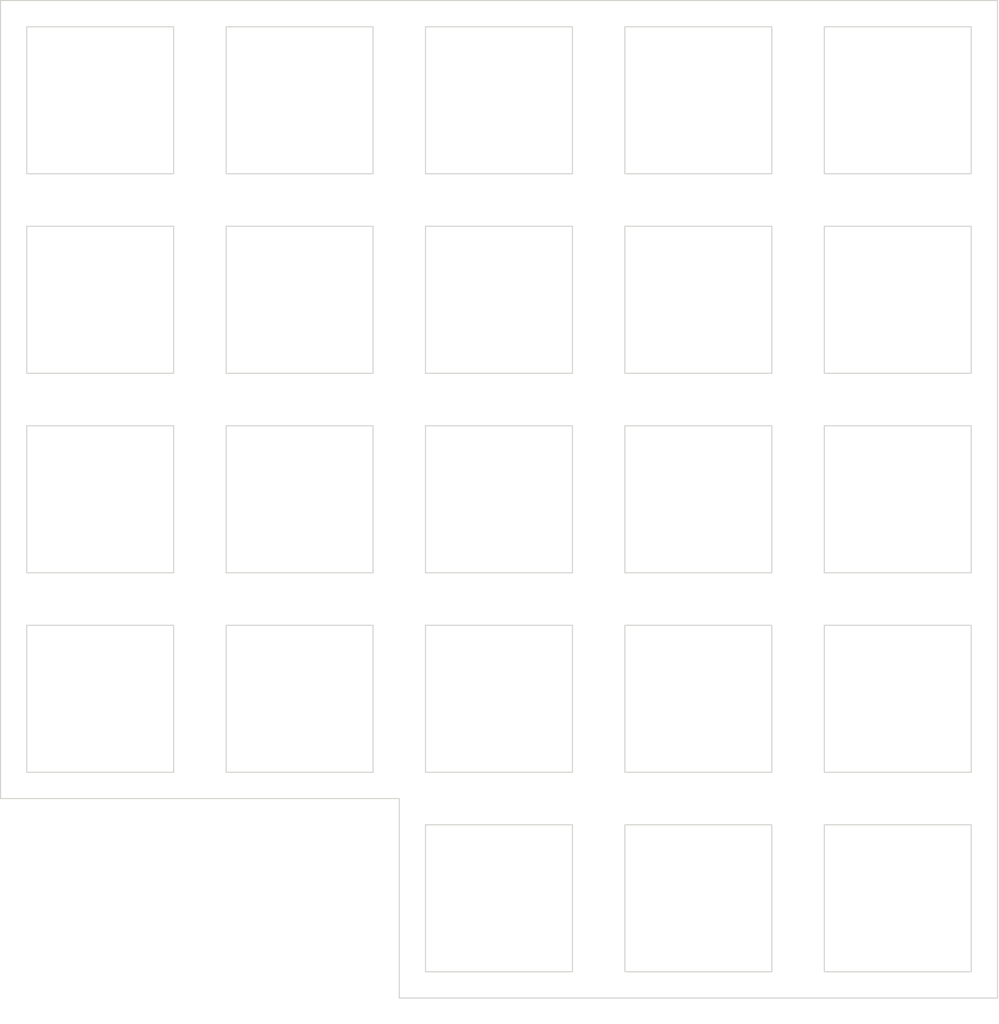
<source format=kicad_pcb>
(kicad_pcb (version 4) (host pcbnew 4.0.7)

  (general
    (links 0)
    (no_connects 0)
    (area 79.449999 44.449999 174.550001 143.950001)
    (thickness 1.6)
    (drawings 99)
    (tracks 0)
    (zones 0)
    (modules 4)
    (nets 2)
  )

  (page A4)
  (layers
    (0 F.Cu signal)
    (31 B.Cu signal)
    (32 B.Adhes user)
    (33 F.Adhes user)
    (34 B.Paste user)
    (35 F.Paste user)
    (36 B.SilkS user)
    (37 F.SilkS user)
    (38 B.Mask user)
    (39 F.Mask user)
    (40 Dwgs.User user)
    (41 Cmts.User user)
    (42 Eco1.User user)
    (43 Eco2.User user)
    (44 Edge.Cuts user)
    (45 Margin user)
    (46 B.CrtYd user)
    (47 F.CrtYd user)
    (48 B.Fab user)
    (49 F.Fab user)
  )

  (setup
    (last_trace_width 0.25)
    (trace_clearance 0.2)
    (zone_clearance 0.508)
    (zone_45_only no)
    (trace_min 0.2)
    (segment_width 0.2)
    (edge_width 0.1)
    (via_size 0.6)
    (via_drill 0.4)
    (via_min_size 0.4)
    (via_min_drill 0.3)
    (uvia_size 0.3)
    (uvia_drill 0.1)
    (uvias_allowed no)
    (uvia_min_size 0.2)
    (uvia_min_drill 0.1)
    (pcb_text_width 0.3)
    (pcb_text_size 1.5 1.5)
    (mod_edge_width 0.15)
    (mod_text_size 1 1)
    (mod_text_width 0.15)
    (pad_size 1.5 1.5)
    (pad_drill 0.6)
    (pad_to_mask_clearance 0)
    (aux_axis_origin 0 0)
    (visible_elements FFFFF77F)
    (pcbplotparams
      (layerselection 0x010f0_80000001)
      (usegerberextensions true)
      (excludeedgelayer true)
      (linewidth 0.100000)
      (plotframeref false)
      (viasonmask false)
      (mode 1)
      (useauxorigin false)
      (hpglpennumber 1)
      (hpglpenspeed 20)
      (hpglpendiameter 15)
      (hpglpenoverlay 2)
      (psnegative false)
      (psa4output false)
      (plotreference true)
      (plotvalue true)
      (plotinvisibletext false)
      (padsonsilk false)
      (subtractmaskfromsilk false)
      (outputformat 1)
      (mirror false)
      (drillshape 0)
      (scaleselection 1)
      (outputdirectory gerber-plate/))
  )

  (net 0 "")
  (net 1 GND)

  (net_class Default "This is the default net class."
    (clearance 0.2)
    (trace_width 0.25)
    (via_dia 0.6)
    (via_drill 0.4)
    (uvia_dia 0.3)
    (uvia_drill 0.1)
  )

  (module Mounting_Holes:MountingHole_2.2mm_M2 locked (layer F.Cu) (tedit 5A2C5A4C) (tstamp 5A2C1999)
    (at 155.5 120.5)
    (descr "Mounting Hole 2.2mm, no annular, M2")
    (tags "mounting hole 2.2mm no annular m2")
    (attr virtual)
    (fp_text reference M8 (at 0 -3.2) (layer F.SilkS) hide
      (effects (font (size 1 1) (thickness 0.15)))
    )
    (fp_text value MountingHole_8.4mm_M8 (at 0 3.2) (layer F.Fab)
      (effects (font (size 1 1) (thickness 0.15)))
    )
    (fp_text user %R (at 0.3 0) (layer F.Fab)
      (effects (font (size 1 1) (thickness 0.15)))
    )
    (fp_circle (center 0 0) (end 2.2 0) (layer Cmts.User) (width 0.15))
    (fp_circle (center 0 0) (end 2.45 0) (layer F.CrtYd) (width 0.05))
    (pad 1 np_thru_hole circle (at 0 0) (size 2.2 2.2) (drill 2.2) (layers *.Cu *.Mask))
  )

  (module Mounting_Holes:MountingHole_2.2mm_M2 (layer F.Cu) (tedit 5A2C5A5D) (tstamp 5A2C19B2)
    (at 155.5 63.5)
    (descr "Mounting Hole 2.2mm, no annular, M2")
    (tags "mounting hole 2.2mm no annular m2")
    (attr virtual)
    (fp_text reference M8 (at 0 -3.2) (layer F.SilkS) hide
      (effects (font (size 1 1) (thickness 0.15)))
    )
    (fp_text value MountingHole_8.4mm_M8 (at 0 3.2) (layer F.Fab)
      (effects (font (size 1 1) (thickness 0.15)))
    )
    (fp_text user %R (at 0.3 0) (layer F.Fab)
      (effects (font (size 1 1) (thickness 0.15)))
    )
    (fp_circle (center 0 0) (end 2.2 0) (layer Cmts.User) (width 0.15))
    (fp_circle (center 0 0) (end 2.45 0) (layer F.CrtYd) (width 0.05))
    (pad 1 np_thru_hole circle (at 0 0) (size 2.2 2.2) (drill 2.2) (layers *.Cu *.Mask))
  )

  (module Mounting_Holes:MountingHole_2.2mm_M2 (layer F.Cu) (tedit 5A2C5A61) (tstamp 5A2C19BA)
    (at 98.5 63.5)
    (descr "Mounting Hole 2.2mm, no annular, M2")
    (tags "mounting hole 2.2mm no annular m2")
    (attr virtual)
    (fp_text reference M8 (at 0 -3.2) (layer F.SilkS) hide
      (effects (font (size 1 1) (thickness 0.15)))
    )
    (fp_text value MountingHole_8.4mm_M8 (at 0 3.2) (layer F.Fab)
      (effects (font (size 1 1) (thickness 0.15)))
    )
    (fp_text user %R (at 0.3 0) (layer F.Fab)
      (effects (font (size 1 1) (thickness 0.15)))
    )
    (fp_circle (center 0 0) (end 2.2 0) (layer Cmts.User) (width 0.15))
    (fp_circle (center 0 0) (end 2.45 0) (layer F.CrtYd) (width 0.05))
    (pad 1 np_thru_hole circle (at 0 0) (size 2.2 2.2) (drill 2.2) (layers *.Cu *.Mask))
  )

  (module Mounting_Holes:MountingHole_2.2mm_M2 (layer F.Cu) (tedit 5A2C5A59) (tstamp 5A2C19C2)
    (at 98.5 101.5)
    (descr "Mounting Hole 2.2mm, no annular, M2")
    (tags "mounting hole 2.2mm no annular m2")
    (attr virtual)
    (fp_text reference M8 (at 0 -3.2) (layer F.SilkS) hide
      (effects (font (size 1 1) (thickness 0.15)))
    )
    (fp_text value MountingHole_8.4mm_M8 (at 0 3.2) (layer F.Fab)
      (effects (font (size 1 1) (thickness 0.15)))
    )
    (fp_text user %R (at 0.3 0) (layer F.Fab)
      (effects (font (size 1 1) (thickness 0.15)))
    )
    (fp_circle (center 0 0) (end 2.2 0) (layer Cmts.User) (width 0.15))
    (fp_circle (center 0 0) (end 2.45 0) (layer F.CrtYd) (width 0.05))
    (pad 1 np_thru_hole circle (at 0 0) (size 2.2 2.2) (drill 2.2) (layers *.Cu *.Mask))
  )

  (dimension 94.75 (width 0.3) (layer Dwgs.User)
    (gr_text "94.750 mm" (at 127.125 142.6) (layer Dwgs.User)
      (effects (font (size 1.5 1.5) (thickness 0.3)))
    )
    (feature1 (pts (xy 79.75 120) (xy 79.75 143.95)))
    (feature2 (pts (xy 174.5 120) (xy 174.5 143.95)))
    (crossbar (pts (xy 174.5 141.25) (xy 79.75 141.25)))
    (arrow1a (pts (xy 79.75 141.25) (xy 80.876504 140.663579)))
    (arrow1b (pts (xy 79.75 141.25) (xy 80.876504 141.836421)))
    (arrow2a (pts (xy 174.5 141.25) (xy 173.373496 140.663579)))
    (arrow2b (pts (xy 174.5 141.25) (xy 173.373496 141.836421)))
  )
  (gr_line (start 120 123) (end 134 123) (angle 90) (layer Edge.Cuts) (width 0.1) (tstamp 5A2C6771))
  (gr_line (start 134 123) (end 134 137) (angle 90) (layer Edge.Cuts) (width 0.1) (tstamp 5A2C6770))
  (gr_line (start 134 137) (end 120 137) (angle 90) (layer Edge.Cuts) (width 0.1) (tstamp 5A2C676F))
  (gr_line (start 120 137) (end 120 123) (angle 90) (layer Edge.Cuts) (width 0.1) (tstamp 5A2C676E))
  (gr_line (start 139 123) (end 153 123) (angle 90) (layer Edge.Cuts) (width 0.1) (tstamp 5A2C676D))
  (gr_line (start 153 123) (end 153 137) (angle 90) (layer Edge.Cuts) (width 0.1) (tstamp 5A2C676C))
  (gr_line (start 153 137) (end 139 137) (angle 90) (layer Edge.Cuts) (width 0.1) (tstamp 5A2C676B))
  (gr_line (start 139 137) (end 139 123) (angle 90) (layer Edge.Cuts) (width 0.1) (tstamp 5A2C676A))
  (gr_line (start 158 123) (end 172 123) (angle 90) (layer Edge.Cuts) (width 0.1) (tstamp 5A2C6769))
  (gr_line (start 172 123) (end 172 137) (angle 90) (layer Edge.Cuts) (width 0.1) (tstamp 5A2C6768))
  (gr_line (start 172 137) (end 158 137) (angle 90) (layer Edge.Cuts) (width 0.1) (tstamp 5A2C6767))
  (gr_line (start 158 137) (end 158 123) (angle 90) (layer Edge.Cuts) (width 0.1) (tstamp 5A2C6766))
  (gr_line (start 82 85) (end 96 85) (angle 90) (layer Edge.Cuts) (width 0.1) (tstamp 5A2C6707))
  (gr_line (start 96 85) (end 96 99) (angle 90) (layer Edge.Cuts) (width 0.1) (tstamp 5A2C6706))
  (gr_line (start 96 99) (end 82 99) (angle 90) (layer Edge.Cuts) (width 0.1) (tstamp 5A2C6705))
  (gr_line (start 82 99) (end 82 85) (angle 90) (layer Edge.Cuts) (width 0.1) (tstamp 5A2C6704))
  (gr_line (start 101 85) (end 115 85) (angle 90) (layer Edge.Cuts) (width 0.1) (tstamp 5A2C6703))
  (gr_line (start 115 85) (end 115 99) (angle 90) (layer Edge.Cuts) (width 0.1) (tstamp 5A2C6702))
  (gr_line (start 115 99) (end 101 99) (angle 90) (layer Edge.Cuts) (width 0.1) (tstamp 5A2C6701))
  (gr_line (start 101 99) (end 101 85) (angle 90) (layer Edge.Cuts) (width 0.1) (tstamp 5A2C6700))
  (gr_line (start 120 85) (end 134 85) (angle 90) (layer Edge.Cuts) (width 0.1) (tstamp 5A2C66FF))
  (gr_line (start 134 85) (end 134 99) (angle 90) (layer Edge.Cuts) (width 0.1) (tstamp 5A2C66FE))
  (gr_line (start 134 99) (end 120 99) (angle 90) (layer Edge.Cuts) (width 0.1) (tstamp 5A2C66FD))
  (gr_line (start 120 99) (end 120 85) (angle 90) (layer Edge.Cuts) (width 0.1) (tstamp 5A2C66FC))
  (gr_line (start 139 85) (end 153 85) (angle 90) (layer Edge.Cuts) (width 0.1) (tstamp 5A2C66FB))
  (gr_line (start 153 85) (end 153 99) (angle 90) (layer Edge.Cuts) (width 0.1) (tstamp 5A2C66FA))
  (gr_line (start 153 99) (end 139 99) (angle 90) (layer Edge.Cuts) (width 0.1) (tstamp 5A2C66F9))
  (gr_line (start 139 99) (end 139 85) (angle 90) (layer Edge.Cuts) (width 0.1) (tstamp 5A2C66F8))
  (gr_line (start 158 85) (end 172 85) (angle 90) (layer Edge.Cuts) (width 0.1) (tstamp 5A2C66F7))
  (gr_line (start 172 85) (end 172 99) (angle 90) (layer Edge.Cuts) (width 0.1) (tstamp 5A2C66F6))
  (gr_line (start 172 99) (end 158 99) (angle 90) (layer Edge.Cuts) (width 0.1) (tstamp 5A2C66F5))
  (gr_line (start 158 99) (end 158 85) (angle 90) (layer Edge.Cuts) (width 0.1) (tstamp 5A2C66F4))
  (gr_line (start 158 118) (end 158 104) (angle 90) (layer Edge.Cuts) (width 0.1) (tstamp 5A2C66F3))
  (gr_line (start 172 118) (end 158 118) (angle 90) (layer Edge.Cuts) (width 0.1) (tstamp 5A2C66F2))
  (gr_line (start 172 104) (end 172 118) (angle 90) (layer Edge.Cuts) (width 0.1) (tstamp 5A2C66F1))
  (gr_line (start 158 104) (end 172 104) (angle 90) (layer Edge.Cuts) (width 0.1) (tstamp 5A2C66F0))
  (gr_line (start 139 118) (end 139 104) (angle 90) (layer Edge.Cuts) (width 0.1) (tstamp 5A2C66EF))
  (gr_line (start 153 118) (end 139 118) (angle 90) (layer Edge.Cuts) (width 0.1) (tstamp 5A2C66EE))
  (gr_line (start 153 104) (end 153 118) (angle 90) (layer Edge.Cuts) (width 0.1) (tstamp 5A2C66ED))
  (gr_line (start 139 104) (end 153 104) (angle 90) (layer Edge.Cuts) (width 0.1) (tstamp 5A2C66EC))
  (gr_line (start 120 118) (end 120 104) (angle 90) (layer Edge.Cuts) (width 0.1) (tstamp 5A2C66EB))
  (gr_line (start 134 118) (end 120 118) (angle 90) (layer Edge.Cuts) (width 0.1) (tstamp 5A2C66EA))
  (gr_line (start 134 104) (end 134 118) (angle 90) (layer Edge.Cuts) (width 0.1) (tstamp 5A2C66E9))
  (gr_line (start 120 104) (end 134 104) (angle 90) (layer Edge.Cuts) (width 0.1) (tstamp 5A2C66E8))
  (gr_line (start 101 118) (end 101 104) (angle 90) (layer Edge.Cuts) (width 0.1) (tstamp 5A2C66E7))
  (gr_line (start 115 118) (end 101 118) (angle 90) (layer Edge.Cuts) (width 0.1) (tstamp 5A2C66E6))
  (gr_line (start 115 104) (end 115 118) (angle 90) (layer Edge.Cuts) (width 0.1) (tstamp 5A2C66E5))
  (gr_line (start 101 104) (end 115 104) (angle 90) (layer Edge.Cuts) (width 0.1) (tstamp 5A2C66E4))
  (gr_line (start 82 118) (end 82 104) (angle 90) (layer Edge.Cuts) (width 0.1) (tstamp 5A2C66E3))
  (gr_line (start 96 118) (end 82 118) (angle 90) (layer Edge.Cuts) (width 0.1) (tstamp 5A2C66E2))
  (gr_line (start 96 104) (end 96 118) (angle 90) (layer Edge.Cuts) (width 0.1) (tstamp 5A2C66E1))
  (gr_line (start 82 104) (end 96 104) (angle 90) (layer Edge.Cuts) (width 0.1) (tstamp 5A2C66E0))
  (gr_line (start 82 66) (end 96 66) (angle 90) (layer Edge.Cuts) (width 0.1) (tstamp 5A2C66C2))
  (gr_line (start 96 66) (end 96 80) (angle 90) (layer Edge.Cuts) (width 0.1) (tstamp 5A2C66C1))
  (gr_line (start 96 80) (end 82 80) (angle 90) (layer Edge.Cuts) (width 0.1) (tstamp 5A2C66C0))
  (gr_line (start 82 80) (end 82 66) (angle 90) (layer Edge.Cuts) (width 0.1) (tstamp 5A2C66BF))
  (gr_line (start 101 66) (end 115 66) (angle 90) (layer Edge.Cuts) (width 0.1) (tstamp 5A2C66BE))
  (gr_line (start 115 66) (end 115 80) (angle 90) (layer Edge.Cuts) (width 0.1) (tstamp 5A2C66BD))
  (gr_line (start 115 80) (end 101 80) (angle 90) (layer Edge.Cuts) (width 0.1) (tstamp 5A2C66BC))
  (gr_line (start 101 80) (end 101 66) (angle 90) (layer Edge.Cuts) (width 0.1) (tstamp 5A2C66BB))
  (gr_line (start 120 66) (end 134 66) (angle 90) (layer Edge.Cuts) (width 0.1) (tstamp 5A2C66BA))
  (gr_line (start 134 66) (end 134 80) (angle 90) (layer Edge.Cuts) (width 0.1) (tstamp 5A2C66B9))
  (gr_line (start 134 80) (end 120 80) (angle 90) (layer Edge.Cuts) (width 0.1) (tstamp 5A2C66B8))
  (gr_line (start 120 80) (end 120 66) (angle 90) (layer Edge.Cuts) (width 0.1) (tstamp 5A2C66B7))
  (gr_line (start 139 66) (end 153 66) (angle 90) (layer Edge.Cuts) (width 0.1) (tstamp 5A2C66B6))
  (gr_line (start 153 66) (end 153 80) (angle 90) (layer Edge.Cuts) (width 0.1) (tstamp 5A2C66B5))
  (gr_line (start 153 80) (end 139 80) (angle 90) (layer Edge.Cuts) (width 0.1) (tstamp 5A2C66B4))
  (gr_line (start 139 80) (end 139 66) (angle 90) (layer Edge.Cuts) (width 0.1) (tstamp 5A2C66B3))
  (gr_line (start 158 66) (end 172 66) (angle 90) (layer Edge.Cuts) (width 0.1) (tstamp 5A2C66B2))
  (gr_line (start 172 66) (end 172 80) (angle 90) (layer Edge.Cuts) (width 0.1) (tstamp 5A2C66B1))
  (gr_line (start 172 80) (end 158 80) (angle 90) (layer Edge.Cuts) (width 0.1) (tstamp 5A2C66B0))
  (gr_line (start 158 80) (end 158 66) (angle 90) (layer Edge.Cuts) (width 0.1) (tstamp 5A2C66AF))
  (gr_line (start 158 61) (end 158 47) (angle 90) (layer Edge.Cuts) (width 0.1))
  (gr_line (start 172 61) (end 158 61) (angle 90) (layer Edge.Cuts) (width 0.1))
  (gr_line (start 172 47) (end 172 61) (angle 90) (layer Edge.Cuts) (width 0.1))
  (gr_line (start 158 47) (end 172 47) (angle 90) (layer Edge.Cuts) (width 0.1))
  (gr_line (start 139 61) (end 139 47) (angle 90) (layer Edge.Cuts) (width 0.1))
  (gr_line (start 153 61) (end 139 61) (angle 90) (layer Edge.Cuts) (width 0.1))
  (gr_line (start 153 47) (end 153 61) (angle 90) (layer Edge.Cuts) (width 0.1))
  (gr_line (start 139 47) (end 153 47) (angle 90) (layer Edge.Cuts) (width 0.1))
  (gr_line (start 120 61) (end 120 47) (angle 90) (layer Edge.Cuts) (width 0.1))
  (gr_line (start 134 61) (end 120 61) (angle 90) (layer Edge.Cuts) (width 0.1))
  (gr_line (start 134 47) (end 134 61) (angle 90) (layer Edge.Cuts) (width 0.1))
  (gr_line (start 120 47) (end 134 47) (angle 90) (layer Edge.Cuts) (width 0.1))
  (gr_line (start 101 61) (end 101 47) (angle 90) (layer Edge.Cuts) (width 0.1))
  (gr_line (start 115 61) (end 101 61) (angle 90) (layer Edge.Cuts) (width 0.1))
  (gr_line (start 115 47) (end 115 61) (angle 90) (layer Edge.Cuts) (width 0.1))
  (gr_line (start 101 47) (end 115 47) (angle 90) (layer Edge.Cuts) (width 0.1))
  (gr_line (start 82 61) (end 82 47) (angle 90) (layer Edge.Cuts) (width 0.1))
  (gr_line (start 96 61) (end 82 61) (angle 90) (layer Edge.Cuts) (width 0.1))
  (gr_line (start 96 47) (end 96 61) (angle 90) (layer Edge.Cuts) (width 0.1))
  (gr_line (start 82 47) (end 96 47) (angle 90) (layer Edge.Cuts) (width 0.1))
  (gr_line (start 117.5 120.5) (end 117.5 139.5) (angle 90) (layer Edge.Cuts) (width 0.1))
  (gr_line (start 79.5 120.5) (end 117.5 120.5) (angle 90) (layer Edge.Cuts) (width 0.1))
  (gr_line (start 117.5 139.5) (end 174.5 139.5) (angle 90) (layer Edge.Cuts) (width 0.1) (tstamp 5A2BEEAF))
  (gr_line (start 174.5 44.5) (end 174.5 139.5) (angle 90) (layer Edge.Cuts) (width 0.1) (tstamp 5A2BEEAC))
  (gr_line (start 79.5 44.5) (end 79.5 120.5) (angle 90) (layer Edge.Cuts) (width 0.1))
  (gr_line (start 79.5 44.5) (end 174.5 44.5) (angle 90) (layer Edge.Cuts) (width 0.1))

  (zone (net 1) (net_name GND) (layer F.Cu) (tstamp 5A2C1D74) (hatch edge 0.508)
    (connect_pads (clearance 0.508))
    (min_thickness 0.254)
    (fill yes (arc_segments 16) (thermal_gap 0.508) (thermal_bridge_width 0.508))
    (polygon
      (pts
        (xy 173 138) (xy 119 138) (xy 119 119) (xy 81 119) (xy 81 46)
        (xy 173 46)
      )
    )
  )
  (zone (net 1) (net_name GND) (layer B.Cu) (tstamp 5A2C1D74) (hatch edge 0.508)
    (connect_pads (clearance 0.508))
    (min_thickness 0.254)
    (fill yes (arc_segments 16) (thermal_gap 0.508) (thermal_bridge_width 0.508))
    (polygon
      (pts
        (xy 173 138) (xy 119 138) (xy 119 119) (xy 81 119) (xy 81 46)
        (xy 173 46)
      )
    )
  )
)

</source>
